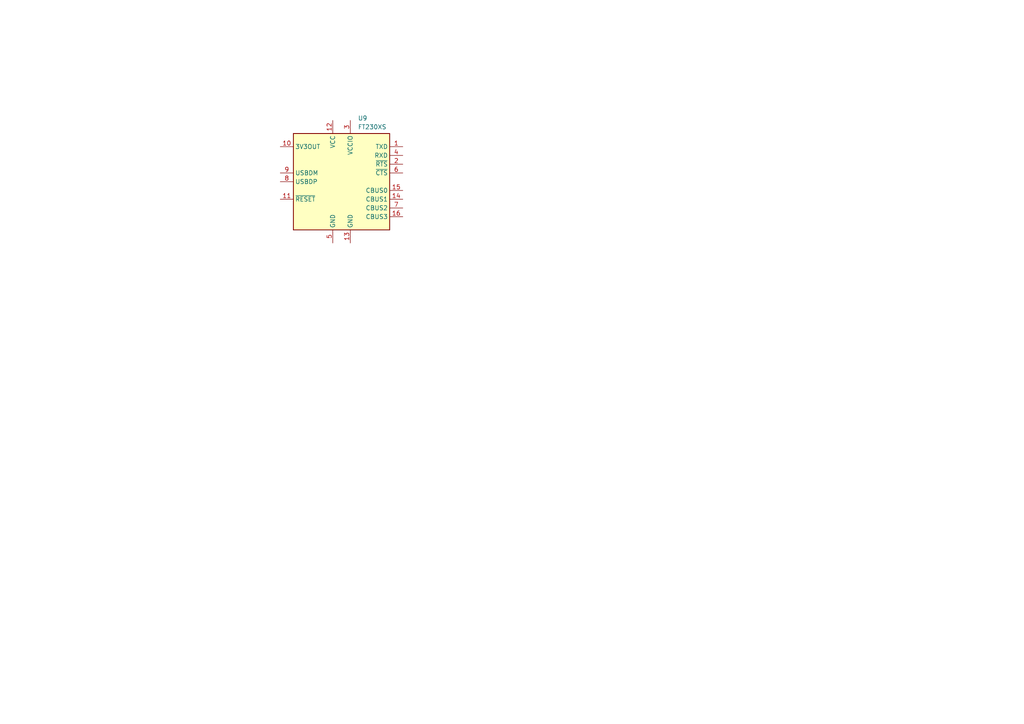
<source format=kicad_sch>
(kicad_sch (version 20230121) (generator eeschema)
  (paper "A4")
  (lib_symbols
    (symbol "Interface_USB:FT230XS"
      (property "Reference" "U" (at -13.97 15.24 0))
      (property "Value" "FT230XS" (at 7.62 15.24 0))
      (symbol "FT230XS_0_1"
        (rectangle (start -13.97 13.97) (end 13.97 -13.97) (stroke (width 0.254)) (fill (type background)))
      )
      (symbol "FT230XS_1_1"
        (pin output line (at 17.78 10.16 180) (length 3.81) (name "TXD") (number "1"))
        (pin power_out line (at -17.78 10.16 0) (length 3.81) (name "3V3OUT") (number "10"))
        (pin input line (at -17.78 -5.08 0) (length 3.81) (name "~{RESET}") (number "11"))
        (pin power_in line (at -2.54 17.78 270) (length 3.81) (name "VCC") (number "12"))
        (pin power_in line (at 2.54 -17.78 90) (length 3.81) (name "GND") (number "13"))
        (pin bidirectional line (at 17.78 -5.08 180) (length 3.81) (name "CBUS1") (number "14"))
        (pin bidirectional line (at 17.78 -2.54 180) (length 3.81) (name "CBUS0") (number "15"))
        (pin bidirectional line (at 17.78 -10.16 180) (length 3.81) (name "CBUS3") (number "16"))
        (pin output line (at 17.78 5.08 180) (length 3.81) (name "~{RTS}") (number "2"))
        (pin power_in line (at 2.54 17.78 270) (length 3.81) (name "VCCIO") (number "3"))
        (pin input line (at 17.78 7.62 180) (length 3.81) (name "RXD") (number "4"))
        (pin power_in line (at -2.54 -17.78 90) (length 3.81) (name "GND") (number "5"))
        (pin input line (at 17.78 2.54 180) (length 3.81) (name "~{CTS}") (number "6"))
        (pin bidirectional line (at 17.78 -7.62 180) (length 3.81) (name "CBUS2") (number "7"))
        (pin bidirectional line (at -17.78 0 0) (length 3.81) (name "USBDP") (number "8"))
        (pin bidirectional line (at -17.78 2.54 0) (length 3.81) (name "USBDM") (number "9"))
      )
    )
  )
  (symbol (lib_id "Interface_USB:FT230XS") (at 99.06 52.705 0) (unit 1)
    (property "Reference" "U9" (at 103.7941 34.29 0) (effects (justify left)))
    (property "Value" "FT230XS" (at 103.7941 36.83 0) (effects (justify left)))
    (property "Footprint" "Package_SO:SSOP-16_3.9x4.9mm_P0.635mm" (effects hide))
    (property "Datasheet" "https://www.ftdichip.com/Support/Documents/DataSheets/ICs/DS_FT230X.pdf" (effects hide))
  )
)
</source>
